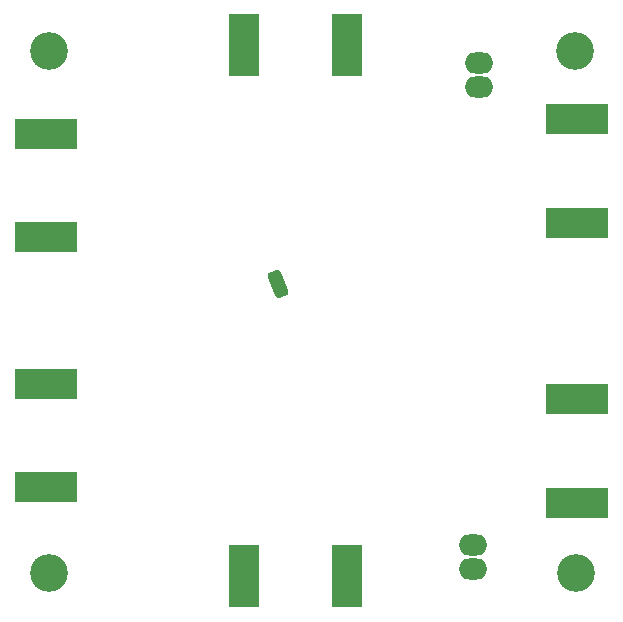
<source format=gbs>
G04*
G04 #@! TF.GenerationSoftware,Altium Limited,Altium Designer,19.0.5 (141)*
G04*
G04 Layer_Color=16711935*
%FSLAX44Y44*%
%MOMM*%
G71*
G01*
G75*
%ADD25R,5.2832X2.6162*%
%ADD27R,2.6162X5.2832*%
%ADD33O,2.4032X1.8032*%
G04:AMPARAMS|DCode=34|XSize=2.3mm|YSize=1.2mm|CornerRadius=0.3mm|HoleSize=0mm|Usage=FLASHONLY|Rotation=112.000|XOffset=0mm|YOffset=0mm|HoleType=Round|Shape=RoundedRectangle|*
%AMROUNDEDRECTD34*
21,1,2.3000,0.6000,0,0,112.0*
21,1,1.7000,1.2000,0,0,112.0*
1,1,0.6000,-0.0403,0.9005*
1,1,0.6000,0.5966,-0.6757*
1,1,0.6000,0.0403,-0.9005*
1,1,0.6000,-0.5966,0.6757*
%
%ADD34ROUNDEDRECTD34*%
%ADD35C,3.2032*%
D25*
X474540Y175260D02*
D03*
Y87630D02*
D03*
X474705Y412280D02*
D03*
Y324650D02*
D03*
X25356Y100965D02*
D03*
Y188595D02*
D03*
Y312420D02*
D03*
Y400050D02*
D03*
D27*
X280395Y25790D02*
D03*
X192765D02*
D03*
Y474980D02*
D03*
X280395D02*
D03*
D33*
X387075Y31910D02*
D03*
Y51910D02*
D03*
X392155Y439740D02*
D03*
Y459740D02*
D03*
D34*
X221975Y272600D02*
D03*
D35*
X473666Y27940D02*
D03*
X27896D02*
D03*
X27665Y469900D02*
D03*
X473435D02*
D03*
M02*

</source>
